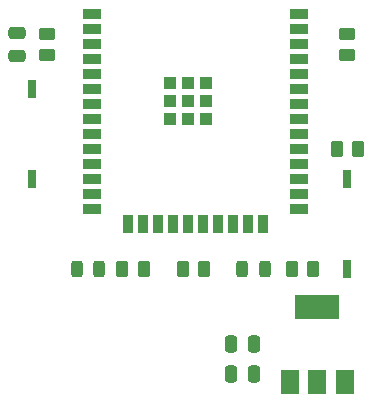
<source format=gbr>
%TF.GenerationSoftware,KiCad,Pcbnew,7.0.9*%
%TF.CreationDate,2024-03-19T08:45:44+01:00*%
%TF.ProjectId,soil_moister_air,736f696c-5f6d-46f6-9973-7465725f6169,rev?*%
%TF.SameCoordinates,Original*%
%TF.FileFunction,Paste,Top*%
%TF.FilePolarity,Positive*%
%FSLAX46Y46*%
G04 Gerber Fmt 4.6, Leading zero omitted, Abs format (unit mm)*
G04 Created by KiCad (PCBNEW 7.0.9) date 2024-03-19 08:45:44*
%MOMM*%
%LPD*%
G01*
G04 APERTURE LIST*
G04 Aperture macros list*
%AMRoundRect*
0 Rectangle with rounded corners*
0 $1 Rounding radius*
0 $2 $3 $4 $5 $6 $7 $8 $9 X,Y pos of 4 corners*
0 Add a 4 corners polygon primitive as box body*
4,1,4,$2,$3,$4,$5,$6,$7,$8,$9,$2,$3,0*
0 Add four circle primitives for the rounded corners*
1,1,$1+$1,$2,$3*
1,1,$1+$1,$4,$5*
1,1,$1+$1,$6,$7*
1,1,$1+$1,$8,$9*
0 Add four rect primitives between the rounded corners*
20,1,$1+$1,$2,$3,$4,$5,0*
20,1,$1+$1,$4,$5,$6,$7,0*
20,1,$1+$1,$6,$7,$8,$9,0*
20,1,$1+$1,$8,$9,$2,$3,0*%
G04 Aperture macros list end*
%ADD10RoundRect,0.250000X0.262500X0.450000X-0.262500X0.450000X-0.262500X-0.450000X0.262500X-0.450000X0*%
%ADD11R,1.500000X2.000000*%
%ADD12R,3.800000X2.000000*%
%ADD13R,0.760000X1.600000*%
%ADD14RoundRect,0.243750X-0.243750X-0.456250X0.243750X-0.456250X0.243750X0.456250X-0.243750X0.456250X0*%
%ADD15RoundRect,0.250000X0.250000X0.475000X-0.250000X0.475000X-0.250000X-0.475000X0.250000X-0.475000X0*%
%ADD16RoundRect,0.250000X0.450000X-0.262500X0.450000X0.262500X-0.450000X0.262500X-0.450000X-0.262500X0*%
%ADD17RoundRect,0.250000X-0.450000X0.262500X-0.450000X-0.262500X0.450000X-0.262500X0.450000X0.262500X0*%
%ADD18RoundRect,0.250000X-0.262500X-0.450000X0.262500X-0.450000X0.262500X0.450000X-0.262500X0.450000X0*%
%ADD19R,1.500000X0.900000*%
%ADD20R,0.900000X1.500000*%
%ADD21R,1.050000X1.050000*%
%ADD22RoundRect,0.250000X0.475000X-0.250000X0.475000X0.250000X-0.475000X0.250000X-0.475000X-0.250000X0*%
G04 APERTURE END LIST*
D10*
%TO.C,R1*%
X152042500Y-106680000D03*
X150217500Y-106680000D03*
%TD*%
D11*
%TO.C,U2*%
X150100000Y-116180000D03*
X152400000Y-116180000D03*
D12*
X152400000Y-109880000D03*
D11*
X154700000Y-116180000D03*
%TD*%
D13*
%TO.C,SW1*%
X128270000Y-91440000D03*
X128270000Y-99060000D03*
%TD*%
D14*
%TO.C,D1*%
X132055000Y-106680000D03*
X133930000Y-106680000D03*
%TD*%
D15*
%TO.C,C2*%
X147000000Y-115570000D03*
X145100000Y-115570000D03*
%TD*%
D16*
%TO.C,R3*%
X154940000Y-88542500D03*
X154940000Y-86717500D03*
%TD*%
D13*
%TO.C,SW2*%
X154940000Y-99060000D03*
X154940000Y-106680000D03*
%TD*%
D15*
%TO.C,C3*%
X147000000Y-113030000D03*
X145100000Y-113030000D03*
%TD*%
D17*
%TO.C,R2*%
X129540000Y-86717500D03*
X129540000Y-88542500D03*
%TD*%
D18*
%TO.C,R4*%
X154027500Y-96520000D03*
X155852500Y-96520000D03*
%TD*%
D19*
%TO.C,U1*%
X133350000Y-85090000D03*
X133350000Y-86360000D03*
X133350000Y-87630000D03*
X133350000Y-88900000D03*
X133350000Y-90170000D03*
X133350000Y-91440000D03*
X133350000Y-92710000D03*
X133350000Y-93980000D03*
X133350000Y-95250000D03*
X133350000Y-96520000D03*
X133350000Y-97790000D03*
X133350000Y-99060000D03*
X133350000Y-100330000D03*
X133350000Y-101600000D03*
D20*
X136390000Y-102850000D03*
X137660000Y-102850000D03*
X138930000Y-102850000D03*
X140200000Y-102850000D03*
X141470000Y-102850000D03*
X142740000Y-102850000D03*
X144010000Y-102850000D03*
X145280000Y-102850000D03*
X146550000Y-102850000D03*
X147820000Y-102850000D03*
D19*
X150850000Y-101600000D03*
X150850000Y-100330000D03*
X150850000Y-99060000D03*
X150850000Y-97790000D03*
X150850000Y-96520000D03*
X150850000Y-95250000D03*
X150850000Y-93980000D03*
X150850000Y-92710000D03*
X150850000Y-91440000D03*
X150850000Y-90170000D03*
X150850000Y-88900000D03*
X150850000Y-87630000D03*
X150850000Y-86360000D03*
X150850000Y-85090000D03*
D21*
X139895000Y-90905000D03*
X139895000Y-92430000D03*
X139895000Y-93955000D03*
X141420000Y-90905000D03*
X141420000Y-92430000D03*
X141420000Y-93955000D03*
X142945000Y-90905000D03*
X142945000Y-92430000D03*
X142945000Y-93955000D03*
%TD*%
D14*
%TO.C,D2*%
X146050000Y-106680000D03*
X147925000Y-106680000D03*
%TD*%
D18*
%TO.C,R5*%
X140995000Y-106680000D03*
X142820000Y-106680000D03*
%TD*%
%TO.C,R6*%
X135890000Y-106680000D03*
X137715000Y-106680000D03*
%TD*%
D22*
%TO.C,C1*%
X127000000Y-88580000D03*
X127000000Y-86680000D03*
%TD*%
M02*

</source>
